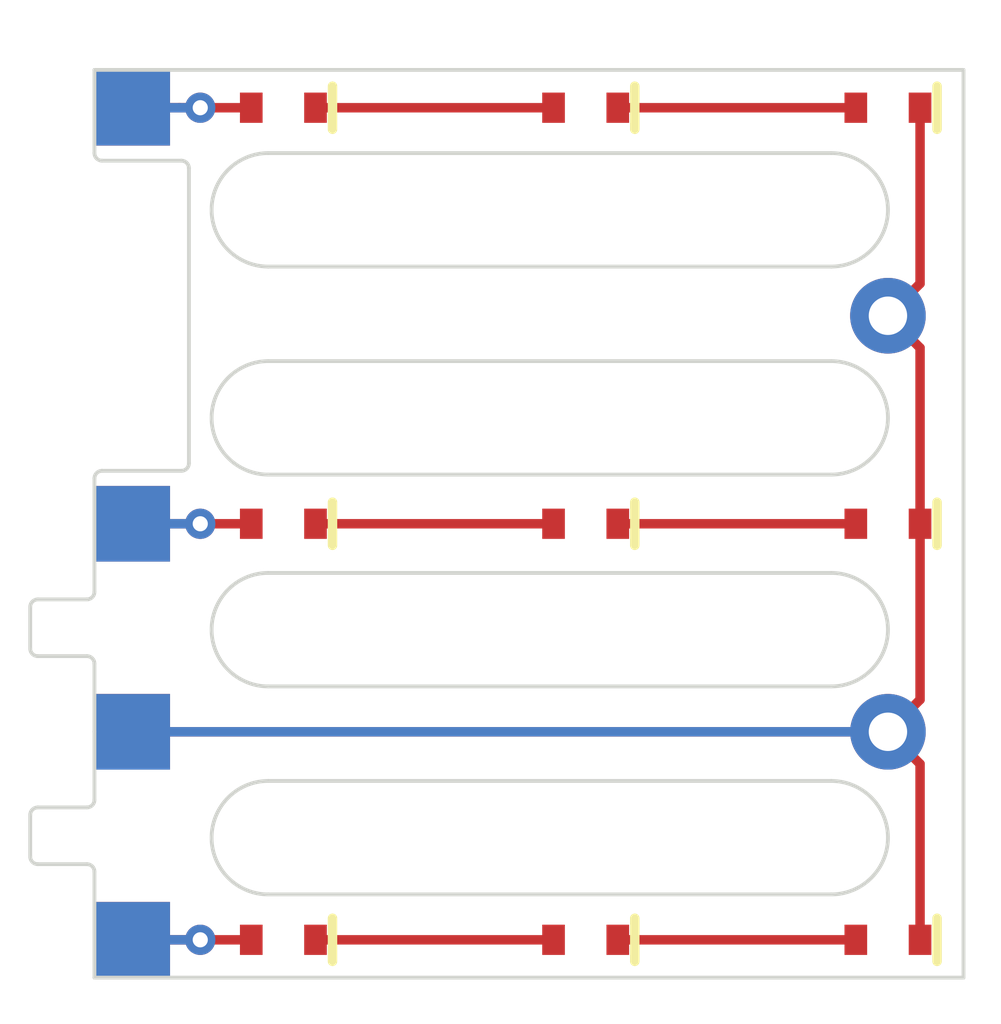
<source format=kicad_pcb>
(kicad_pcb (version 20171130) (host pcbnew 5.0.0-fee4fd1~66~ubuntu16.04.1)

  (general
    (thickness 1.6)
    (drawings 45)
    (tracks 27)
    (zones 0)
    (modules 15)
    (nets 11)
  )

  (page A4)
  (layers
    (0 F.Cu signal)
    (31 B.Cu signal)
    (32 B.Adhes user)
    (33 F.Adhes user)
    (34 B.Paste user)
    (35 F.Paste user)
    (36 B.SilkS user)
    (37 F.SilkS user)
    (38 B.Mask user)
    (39 F.Mask user)
    (40 Dwgs.User user)
    (41 Cmts.User user)
    (42 Eco1.User user)
    (43 Eco2.User user)
    (44 Edge.Cuts user)
    (45 Margin user)
    (46 B.CrtYd user)
    (47 F.CrtYd user)
    (48 B.Fab user hide)
    (49 F.Fab user hide)
  )

  (setup
    (last_trace_width 0.25)
    (trace_clearance 0.2)
    (zone_clearance 0.508)
    (zone_45_only yes)
    (trace_min 0.2)
    (segment_width 0.2)
    (edge_width 0.1)
    (via_size 0.8)
    (via_drill 0.4)
    (via_min_size 0.4)
    (via_min_drill 0.3)
    (uvia_size 0.3)
    (uvia_drill 0.1)
    (uvias_allowed no)
    (uvia_min_size 0.2)
    (uvia_min_drill 0.1)
    (pcb_text_width 0.3)
    (pcb_text_size 1.5 1.5)
    (mod_edge_width 0.15)
    (mod_text_size 1 1)
    (mod_text_width 0.15)
    (pad_size 1.524 1.524)
    (pad_drill 0.762)
    (pad_to_mask_clearance 0.2)
    (aux_axis_origin 0 0)
    (visible_elements FFFFFF7F)
    (pcbplotparams
      (layerselection 0x010f0_ffffffff)
      (usegerberextensions false)
      (usegerberattributes false)
      (usegerberadvancedattributes false)
      (creategerberjobfile false)
      (excludeedgelayer true)
      (linewidth 0.500000)
      (plotframeref false)
      (viasonmask false)
      (mode 1)
      (useauxorigin false)
      (hpglpennumber 1)
      (hpglpenspeed 20)
      (hpglpendiameter 15.000000)
      (psnegative false)
      (psa4output false)
      (plotreference true)
      (plotvalue true)
      (plotinvisibletext false)
      (padsonsilk false)
      (subtractmaskfromsilk false)
      (outputformat 1)
      (mirror false)
      (drillshape 0)
      (scaleselection 1)
      (outputdirectory "gerber/"))
  )

  (net 0 "")
  (net 1 "Net-(D1-Pad1)")
  (net 2 "Net-(D2-Pad1)")
  (net 3 "Net-(D4-Pad1)")
  (net 4 "Net-(D5-Pad1)")
  (net 5 "Net-(D7-Pad1)")
  (net 6 "Net-(D8-Pad1)")
  (net 7 /GND1)
  (net 8 /7)
  (net 9 /10)
  (net 10 /11)

  (net_class Default "This is the default net class."
    (clearance 0.2)
    (trace_width 0.25)
    (via_dia 0.8)
    (via_drill 0.4)
    (uvia_dia 0.3)
    (uvia_drill 0.1)
    (add_net /10)
    (add_net /11)
    (add_net /7)
    (add_net /GND1)
    (add_net "Net-(D1-Pad1)")
    (add_net "Net-(D2-Pad1)")
    (add_net "Net-(D4-Pad1)")
    (add_net "Net-(D5-Pad1)")
    (add_net "Net-(D7-Pad1)")
    (add_net "Net-(D8-Pad1)")
  )

  (module 1sqinch555_fp:D_0603 (layer F.Cu) (tedit 5B7032E1) (tstamp 5B7A1A3B)
    (at 74 39 180)
    (descr "Diode SMD in 0603 package http://datasheets.avx.com/schottky.pdf")
    (tags "smd diode")
    (path /5B6F5A9D)
    (attr smd)
    (fp_text reference D1 (at 0 -1.4 180) (layer F.SilkS) hide
      (effects (font (size 1 1) (thickness 0.15)))
    )
    (fp_text value LED (at 0 1.4 180) (layer F.Fab)
      (effects (font (size 1 1) (thickness 0.15)))
    )
    (fp_line (start -0.8 -0.45) (end 0.8 -0.45) (layer F.Fab) (width 0.1))
    (fp_line (start 0.8 -0.45) (end 0.8 0.45) (layer F.Fab) (width 0.1))
    (fp_line (start 0.8 0.45) (end -0.8 0.45) (layer F.Fab) (width 0.1))
    (fp_line (start -0.8 0.45) (end -0.8 -0.45) (layer F.Fab) (width 0.1))
    (fp_line (start 0.2 -0.2) (end -0.1 0) (layer F.Fab) (width 0.1))
    (fp_line (start -0.1 0) (end 0.2 0.2) (layer F.Fab) (width 0.1))
    (fp_line (start 0.2 0.2) (end 0.2 -0.2) (layer F.Fab) (width 0.1))
    (fp_line (start -0.1 -0.2) (end -0.1 0.2) (layer F.Fab) (width 0.1))
    (fp_line (start -0.1 0) (end -0.3 0) (layer F.Fab) (width 0.1))
    (fp_line (start 0.2 0) (end 0.4 0) (layer F.Fab) (width 0.1))
    (fp_line (start 1.4 -0.67) (end -1.4 -0.67) (layer F.CrtYd) (width 0.05))
    (fp_line (start -1.4 -0.67) (end -1.4 0.67) (layer F.CrtYd) (width 0.05))
    (fp_line (start -1.4 0.67) (end 1.4 0.67) (layer F.CrtYd) (width 0.05))
    (fp_line (start 1.4 0.67) (end 1.4 -0.67) (layer F.CrtYd) (width 0.05))
    (fp_line (start -1.3 -0.57) (end -1.3 0.57) (layer F.SilkS) (width 0.25))
    (fp_text user %R (at 0 -1.4 180) (layer F.Fab)
      (effects (font (size 1 1) (thickness 0.15)))
    )
    (pad 2 smd rect (at 0.85 0 180) (size 0.6 0.8) (layers F.Cu F.Paste F.Mask)
      (net 9 /10))
    (pad 1 smd rect (at -0.85 0 180) (size 0.6 0.8) (layers F.Cu F.Paste F.Mask)
      (net 1 "Net-(D1-Pad1)"))
    (model ${KISYS3DMOD}/Diodes_SMD.3dshapes/D_0603.wrl
      (at (xyz 0 0 0))
      (scale (xyz 1 1 1))
      (rotate (xyz 0 0 0))
    )
    (model ${KIPRJMOD}/3d_modules/LED_0603_1608Metric.wrl
      (at (xyz 0 0 0))
      (scale (xyz 1 1 1))
      (rotate (xyz 0 0 0))
    )
  )

  (module 1sqinch555_fp:D_0603 (layer F.Cu) (tedit 5B7032E1) (tstamp 5B7A1A52)
    (at 82 39 180)
    (descr "Diode SMD in 0603 package http://datasheets.avx.com/schottky.pdf")
    (tags "smd diode")
    (path /5B6F5B91)
    (attr smd)
    (fp_text reference D2 (at 0 -1.4 180) (layer F.SilkS) hide
      (effects (font (size 1 1) (thickness 0.15)))
    )
    (fp_text value LED (at 0 1.4 180) (layer F.Fab)
      (effects (font (size 1 1) (thickness 0.15)))
    )
    (fp_line (start -0.8 -0.45) (end 0.8 -0.45) (layer F.Fab) (width 0.1))
    (fp_line (start 0.8 -0.45) (end 0.8 0.45) (layer F.Fab) (width 0.1))
    (fp_line (start 0.8 0.45) (end -0.8 0.45) (layer F.Fab) (width 0.1))
    (fp_line (start -0.8 0.45) (end -0.8 -0.45) (layer F.Fab) (width 0.1))
    (fp_line (start 0.2 -0.2) (end -0.1 0) (layer F.Fab) (width 0.1))
    (fp_line (start -0.1 0) (end 0.2 0.2) (layer F.Fab) (width 0.1))
    (fp_line (start 0.2 0.2) (end 0.2 -0.2) (layer F.Fab) (width 0.1))
    (fp_line (start -0.1 -0.2) (end -0.1 0.2) (layer F.Fab) (width 0.1))
    (fp_line (start -0.1 0) (end -0.3 0) (layer F.Fab) (width 0.1))
    (fp_line (start 0.2 0) (end 0.4 0) (layer F.Fab) (width 0.1))
    (fp_line (start 1.4 -0.67) (end -1.4 -0.67) (layer F.CrtYd) (width 0.05))
    (fp_line (start -1.4 -0.67) (end -1.4 0.67) (layer F.CrtYd) (width 0.05))
    (fp_line (start -1.4 0.67) (end 1.4 0.67) (layer F.CrtYd) (width 0.05))
    (fp_line (start 1.4 0.67) (end 1.4 -0.67) (layer F.CrtYd) (width 0.05))
    (fp_line (start -1.3 -0.57) (end -1.3 0.57) (layer F.SilkS) (width 0.25))
    (fp_text user %R (at 0 -1.4 180) (layer F.Fab)
      (effects (font (size 1 1) (thickness 0.15)))
    )
    (pad 2 smd rect (at 0.85 0 180) (size 0.6 0.8) (layers F.Cu F.Paste F.Mask)
      (net 1 "Net-(D1-Pad1)"))
    (pad 1 smd rect (at -0.85 0 180) (size 0.6 0.8) (layers F.Cu F.Paste F.Mask)
      (net 2 "Net-(D2-Pad1)"))
    (model ${KISYS3DMOD}/Diodes_SMD.3dshapes/D_0603.wrl
      (at (xyz 0 0 0))
      (scale (xyz 1 1 1))
      (rotate (xyz 0 0 0))
    )
    (model ${KIPRJMOD}/3d_modules/LED_0603_1608Metric.wrl
      (at (xyz 0 0 0))
      (scale (xyz 1 1 1))
      (rotate (xyz 0 0 0))
    )
  )

  (module 1sqinch555_fp:D_0603 (layer F.Cu) (tedit 5B7032E1) (tstamp 5B7A1A69)
    (at 90 39 180)
    (descr "Diode SMD in 0603 package http://datasheets.avx.com/schottky.pdf")
    (tags "smd diode")
    (path /5B6F5BCF)
    (attr smd)
    (fp_text reference D3 (at 0 -1.4 180) (layer F.SilkS) hide
      (effects (font (size 1 1) (thickness 0.15)))
    )
    (fp_text value LED (at 0 1.4 180) (layer F.Fab)
      (effects (font (size 1 1) (thickness 0.15)))
    )
    (fp_line (start -0.8 -0.45) (end 0.8 -0.45) (layer F.Fab) (width 0.1))
    (fp_line (start 0.8 -0.45) (end 0.8 0.45) (layer F.Fab) (width 0.1))
    (fp_line (start 0.8 0.45) (end -0.8 0.45) (layer F.Fab) (width 0.1))
    (fp_line (start -0.8 0.45) (end -0.8 -0.45) (layer F.Fab) (width 0.1))
    (fp_line (start 0.2 -0.2) (end -0.1 0) (layer F.Fab) (width 0.1))
    (fp_line (start -0.1 0) (end 0.2 0.2) (layer F.Fab) (width 0.1))
    (fp_line (start 0.2 0.2) (end 0.2 -0.2) (layer F.Fab) (width 0.1))
    (fp_line (start -0.1 -0.2) (end -0.1 0.2) (layer F.Fab) (width 0.1))
    (fp_line (start -0.1 0) (end -0.3 0) (layer F.Fab) (width 0.1))
    (fp_line (start 0.2 0) (end 0.4 0) (layer F.Fab) (width 0.1))
    (fp_line (start 1.4 -0.67) (end -1.4 -0.67) (layer F.CrtYd) (width 0.05))
    (fp_line (start -1.4 -0.67) (end -1.4 0.67) (layer F.CrtYd) (width 0.05))
    (fp_line (start -1.4 0.67) (end 1.4 0.67) (layer F.CrtYd) (width 0.05))
    (fp_line (start 1.4 0.67) (end 1.4 -0.67) (layer F.CrtYd) (width 0.05))
    (fp_line (start -1.3 -0.57) (end -1.3 0.57) (layer F.SilkS) (width 0.25))
    (fp_text user %R (at 0 -1.4 180) (layer F.Fab)
      (effects (font (size 1 1) (thickness 0.15)))
    )
    (pad 2 smd rect (at 0.85 0 180) (size 0.6 0.8) (layers F.Cu F.Paste F.Mask)
      (net 2 "Net-(D2-Pad1)"))
    (pad 1 smd rect (at -0.85 0 180) (size 0.6 0.8) (layers F.Cu F.Paste F.Mask)
      (net 7 /GND1))
    (model ${KISYS3DMOD}/Diodes_SMD.3dshapes/D_0603.wrl
      (at (xyz 0 0 0))
      (scale (xyz 1 1 1))
      (rotate (xyz 0 0 0))
    )
    (model ${KIPRJMOD}/3d_modules/LED_0603_1608Metric.wrl
      (at (xyz 0 0 0))
      (scale (xyz 1 1 1))
      (rotate (xyz 0 0 0))
    )
  )

  (module 1sqinch555_fp:D_0603 (layer F.Cu) (tedit 5B7032E1) (tstamp 5B7A1A80)
    (at 74 50 180)
    (descr "Diode SMD in 0603 package http://datasheets.avx.com/schottky.pdf")
    (tags "smd diode")
    (path /5B6F65D0)
    (attr smd)
    (fp_text reference D4 (at 0 -1.4 180) (layer F.SilkS) hide
      (effects (font (size 1 1) (thickness 0.15)))
    )
    (fp_text value LED (at 0 1.4 180) (layer F.Fab)
      (effects (font (size 1 1) (thickness 0.15)))
    )
    (fp_line (start -0.8 -0.45) (end 0.8 -0.45) (layer F.Fab) (width 0.1))
    (fp_line (start 0.8 -0.45) (end 0.8 0.45) (layer F.Fab) (width 0.1))
    (fp_line (start 0.8 0.45) (end -0.8 0.45) (layer F.Fab) (width 0.1))
    (fp_line (start -0.8 0.45) (end -0.8 -0.45) (layer F.Fab) (width 0.1))
    (fp_line (start 0.2 -0.2) (end -0.1 0) (layer F.Fab) (width 0.1))
    (fp_line (start -0.1 0) (end 0.2 0.2) (layer F.Fab) (width 0.1))
    (fp_line (start 0.2 0.2) (end 0.2 -0.2) (layer F.Fab) (width 0.1))
    (fp_line (start -0.1 -0.2) (end -0.1 0.2) (layer F.Fab) (width 0.1))
    (fp_line (start -0.1 0) (end -0.3 0) (layer F.Fab) (width 0.1))
    (fp_line (start 0.2 0) (end 0.4 0) (layer F.Fab) (width 0.1))
    (fp_line (start 1.4 -0.67) (end -1.4 -0.67) (layer F.CrtYd) (width 0.05))
    (fp_line (start -1.4 -0.67) (end -1.4 0.67) (layer F.CrtYd) (width 0.05))
    (fp_line (start -1.4 0.67) (end 1.4 0.67) (layer F.CrtYd) (width 0.05))
    (fp_line (start 1.4 0.67) (end 1.4 -0.67) (layer F.CrtYd) (width 0.05))
    (fp_line (start -1.3 -0.57) (end -1.3 0.57) (layer F.SilkS) (width 0.25))
    (fp_text user %R (at 0 -1.4 180) (layer F.Fab)
      (effects (font (size 1 1) (thickness 0.15)))
    )
    (pad 2 smd rect (at 0.85 0 180) (size 0.6 0.8) (layers F.Cu F.Paste F.Mask)
      (net 8 /7))
    (pad 1 smd rect (at -0.85 0 180) (size 0.6 0.8) (layers F.Cu F.Paste F.Mask)
      (net 3 "Net-(D4-Pad1)"))
    (model ${KISYS3DMOD}/Diodes_SMD.3dshapes/D_0603.wrl
      (at (xyz 0 0 0))
      (scale (xyz 1 1 1))
      (rotate (xyz 0 0 0))
    )
    (model ${KIPRJMOD}/3d_modules/LED_0603_1608Metric.wrl
      (at (xyz 0 0 0))
      (scale (xyz 1 1 1))
      (rotate (xyz 0 0 0))
    )
  )

  (module 1sqinch555_fp:D_0603 (layer F.Cu) (tedit 5B7032E1) (tstamp 5B7A1A97)
    (at 82 50 180)
    (descr "Diode SMD in 0603 package http://datasheets.avx.com/schottky.pdf")
    (tags "smd diode")
    (path /5B6F65D7)
    (attr smd)
    (fp_text reference D5 (at 0 -1.4 180) (layer F.SilkS) hide
      (effects (font (size 1 1) (thickness 0.15)))
    )
    (fp_text value LED (at 0 1.4 180) (layer F.Fab)
      (effects (font (size 1 1) (thickness 0.15)))
    )
    (fp_line (start -0.8 -0.45) (end 0.8 -0.45) (layer F.Fab) (width 0.1))
    (fp_line (start 0.8 -0.45) (end 0.8 0.45) (layer F.Fab) (width 0.1))
    (fp_line (start 0.8 0.45) (end -0.8 0.45) (layer F.Fab) (width 0.1))
    (fp_line (start -0.8 0.45) (end -0.8 -0.45) (layer F.Fab) (width 0.1))
    (fp_line (start 0.2 -0.2) (end -0.1 0) (layer F.Fab) (width 0.1))
    (fp_line (start -0.1 0) (end 0.2 0.2) (layer F.Fab) (width 0.1))
    (fp_line (start 0.2 0.2) (end 0.2 -0.2) (layer F.Fab) (width 0.1))
    (fp_line (start -0.1 -0.2) (end -0.1 0.2) (layer F.Fab) (width 0.1))
    (fp_line (start -0.1 0) (end -0.3 0) (layer F.Fab) (width 0.1))
    (fp_line (start 0.2 0) (end 0.4 0) (layer F.Fab) (width 0.1))
    (fp_line (start 1.4 -0.67) (end -1.4 -0.67) (layer F.CrtYd) (width 0.05))
    (fp_line (start -1.4 -0.67) (end -1.4 0.67) (layer F.CrtYd) (width 0.05))
    (fp_line (start -1.4 0.67) (end 1.4 0.67) (layer F.CrtYd) (width 0.05))
    (fp_line (start 1.4 0.67) (end 1.4 -0.67) (layer F.CrtYd) (width 0.05))
    (fp_line (start -1.3 -0.57) (end -1.3 0.57) (layer F.SilkS) (width 0.25))
    (fp_text user %R (at 0 -1.4 180) (layer F.Fab)
      (effects (font (size 1 1) (thickness 0.15)))
    )
    (pad 2 smd rect (at 0.85 0 180) (size 0.6 0.8) (layers F.Cu F.Paste F.Mask)
      (net 3 "Net-(D4-Pad1)"))
    (pad 1 smd rect (at -0.85 0 180) (size 0.6 0.8) (layers F.Cu F.Paste F.Mask)
      (net 4 "Net-(D5-Pad1)"))
    (model ${KISYS3DMOD}/Diodes_SMD.3dshapes/D_0603.wrl
      (at (xyz 0 0 0))
      (scale (xyz 1 1 1))
      (rotate (xyz 0 0 0))
    )
    (model ${KIPRJMOD}/3d_modules/LED_0603_1608Metric.wrl
      (at (xyz 0 0 0))
      (scale (xyz 1 1 1))
      (rotate (xyz 0 0 0))
    )
  )

  (module 1sqinch555_fp:D_0603 (layer F.Cu) (tedit 5B7032E1) (tstamp 5B7A1AAE)
    (at 90 50 180)
    (descr "Diode SMD in 0603 package http://datasheets.avx.com/schottky.pdf")
    (tags "smd diode")
    (path /5B6F65DE)
    (attr smd)
    (fp_text reference D6 (at 0 -1.4 180) (layer F.SilkS) hide
      (effects (font (size 1 1) (thickness 0.15)))
    )
    (fp_text value LED (at 0 1.4 180) (layer F.Fab)
      (effects (font (size 1 1) (thickness 0.15)))
    )
    (fp_line (start -0.8 -0.45) (end 0.8 -0.45) (layer F.Fab) (width 0.1))
    (fp_line (start 0.8 -0.45) (end 0.8 0.45) (layer F.Fab) (width 0.1))
    (fp_line (start 0.8 0.45) (end -0.8 0.45) (layer F.Fab) (width 0.1))
    (fp_line (start -0.8 0.45) (end -0.8 -0.45) (layer F.Fab) (width 0.1))
    (fp_line (start 0.2 -0.2) (end -0.1 0) (layer F.Fab) (width 0.1))
    (fp_line (start -0.1 0) (end 0.2 0.2) (layer F.Fab) (width 0.1))
    (fp_line (start 0.2 0.2) (end 0.2 -0.2) (layer F.Fab) (width 0.1))
    (fp_line (start -0.1 -0.2) (end -0.1 0.2) (layer F.Fab) (width 0.1))
    (fp_line (start -0.1 0) (end -0.3 0) (layer F.Fab) (width 0.1))
    (fp_line (start 0.2 0) (end 0.4 0) (layer F.Fab) (width 0.1))
    (fp_line (start 1.4 -0.67) (end -1.4 -0.67) (layer F.CrtYd) (width 0.05))
    (fp_line (start -1.4 -0.67) (end -1.4 0.67) (layer F.CrtYd) (width 0.05))
    (fp_line (start -1.4 0.67) (end 1.4 0.67) (layer F.CrtYd) (width 0.05))
    (fp_line (start 1.4 0.67) (end 1.4 -0.67) (layer F.CrtYd) (width 0.05))
    (fp_line (start -1.3 -0.57) (end -1.3 0.57) (layer F.SilkS) (width 0.25))
    (fp_text user %R (at 0 -1.4 180) (layer F.Fab)
      (effects (font (size 1 1) (thickness 0.15)))
    )
    (pad 2 smd rect (at 0.85 0 180) (size 0.6 0.8) (layers F.Cu F.Paste F.Mask)
      (net 4 "Net-(D5-Pad1)"))
    (pad 1 smd rect (at -0.85 0 180) (size 0.6 0.8) (layers F.Cu F.Paste F.Mask)
      (net 7 /GND1))
    (model ${KISYS3DMOD}/Diodes_SMD.3dshapes/D_0603.wrl
      (at (xyz 0 0 0))
      (scale (xyz 1 1 1))
      (rotate (xyz 0 0 0))
    )
    (model ${KIPRJMOD}/3d_modules/LED_0603_1608Metric.wrl
      (at (xyz 0 0 0))
      (scale (xyz 1 1 1))
      (rotate (xyz 0 0 0))
    )
  )

  (module 1sqinch555_fp:D_0603 (layer F.Cu) (tedit 5B7032E1) (tstamp 5B7A1AC5)
    (at 74 61 180)
    (descr "Diode SMD in 0603 package http://datasheets.avx.com/schottky.pdf")
    (tags "smd diode")
    (path /5B6F6BB2)
    (attr smd)
    (fp_text reference D7 (at 0 -1.4 180) (layer F.SilkS) hide
      (effects (font (size 1 1) (thickness 0.15)))
    )
    (fp_text value LED (at 0 1.4 180) (layer F.Fab)
      (effects (font (size 1 1) (thickness 0.15)))
    )
    (fp_line (start -0.8 -0.45) (end 0.8 -0.45) (layer F.Fab) (width 0.1))
    (fp_line (start 0.8 -0.45) (end 0.8 0.45) (layer F.Fab) (width 0.1))
    (fp_line (start 0.8 0.45) (end -0.8 0.45) (layer F.Fab) (width 0.1))
    (fp_line (start -0.8 0.45) (end -0.8 -0.45) (layer F.Fab) (width 0.1))
    (fp_line (start 0.2 -0.2) (end -0.1 0) (layer F.Fab) (width 0.1))
    (fp_line (start -0.1 0) (end 0.2 0.2) (layer F.Fab) (width 0.1))
    (fp_line (start 0.2 0.2) (end 0.2 -0.2) (layer F.Fab) (width 0.1))
    (fp_line (start -0.1 -0.2) (end -0.1 0.2) (layer F.Fab) (width 0.1))
    (fp_line (start -0.1 0) (end -0.3 0) (layer F.Fab) (width 0.1))
    (fp_line (start 0.2 0) (end 0.4 0) (layer F.Fab) (width 0.1))
    (fp_line (start 1.4 -0.67) (end -1.4 -0.67) (layer F.CrtYd) (width 0.05))
    (fp_line (start -1.4 -0.67) (end -1.4 0.67) (layer F.CrtYd) (width 0.05))
    (fp_line (start -1.4 0.67) (end 1.4 0.67) (layer F.CrtYd) (width 0.05))
    (fp_line (start 1.4 0.67) (end 1.4 -0.67) (layer F.CrtYd) (width 0.05))
    (fp_line (start -1.3 -0.57) (end -1.3 0.57) (layer F.SilkS) (width 0.25))
    (fp_text user %R (at 0 -1.4 180) (layer F.Fab)
      (effects (font (size 1 1) (thickness 0.15)))
    )
    (pad 2 smd rect (at 0.85 0 180) (size 0.6 0.8) (layers F.Cu F.Paste F.Mask)
      (net 10 /11))
    (pad 1 smd rect (at -0.85 0 180) (size 0.6 0.8) (layers F.Cu F.Paste F.Mask)
      (net 5 "Net-(D7-Pad1)"))
    (model ${KISYS3DMOD}/Diodes_SMD.3dshapes/D_0603.wrl
      (at (xyz 0 0 0))
      (scale (xyz 1 1 1))
      (rotate (xyz 0 0 0))
    )
    (model ${KIPRJMOD}/3d_modules/LED_0603_1608Metric.wrl
      (at (xyz 0 0 0))
      (scale (xyz 1 1 1))
      (rotate (xyz 0 0 0))
    )
  )

  (module 1sqinch555_fp:D_0603 (layer F.Cu) (tedit 5B7032E1) (tstamp 5B7A1ADC)
    (at 82 61 180)
    (descr "Diode SMD in 0603 package http://datasheets.avx.com/schottky.pdf")
    (tags "smd diode")
    (path /5B6F6BB9)
    (attr smd)
    (fp_text reference D8 (at 0 -1.4 180) (layer F.SilkS) hide
      (effects (font (size 1 1) (thickness 0.15)))
    )
    (fp_text value LED (at 0 1.4 180) (layer F.Fab)
      (effects (font (size 1 1) (thickness 0.15)))
    )
    (fp_line (start -0.8 -0.45) (end 0.8 -0.45) (layer F.Fab) (width 0.1))
    (fp_line (start 0.8 -0.45) (end 0.8 0.45) (layer F.Fab) (width 0.1))
    (fp_line (start 0.8 0.45) (end -0.8 0.45) (layer F.Fab) (width 0.1))
    (fp_line (start -0.8 0.45) (end -0.8 -0.45) (layer F.Fab) (width 0.1))
    (fp_line (start 0.2 -0.2) (end -0.1 0) (layer F.Fab) (width 0.1))
    (fp_line (start -0.1 0) (end 0.2 0.2) (layer F.Fab) (width 0.1))
    (fp_line (start 0.2 0.2) (end 0.2 -0.2) (layer F.Fab) (width 0.1))
    (fp_line (start -0.1 -0.2) (end -0.1 0.2) (layer F.Fab) (width 0.1))
    (fp_line (start -0.1 0) (end -0.3 0) (layer F.Fab) (width 0.1))
    (fp_line (start 0.2 0) (end 0.4 0) (layer F.Fab) (width 0.1))
    (fp_line (start 1.4 -0.67) (end -1.4 -0.67) (layer F.CrtYd) (width 0.05))
    (fp_line (start -1.4 -0.67) (end -1.4 0.67) (layer F.CrtYd) (width 0.05))
    (fp_line (start -1.4 0.67) (end 1.4 0.67) (layer F.CrtYd) (width 0.05))
    (fp_line (start 1.4 0.67) (end 1.4 -0.67) (layer F.CrtYd) (width 0.05))
    (fp_line (start -1.3 -0.57) (end -1.3 0.57) (layer F.SilkS) (width 0.25))
    (fp_text user %R (at 0 -1.4 180) (layer F.Fab)
      (effects (font (size 1 1) (thickness 0.15)))
    )
    (pad 2 smd rect (at 0.85 0 180) (size 0.6 0.8) (layers F.Cu F.Paste F.Mask)
      (net 5 "Net-(D7-Pad1)"))
    (pad 1 smd rect (at -0.85 0 180) (size 0.6 0.8) (layers F.Cu F.Paste F.Mask)
      (net 6 "Net-(D8-Pad1)"))
    (model ${KISYS3DMOD}/Diodes_SMD.3dshapes/D_0603.wrl
      (at (xyz 0 0 0))
      (scale (xyz 1 1 1))
      (rotate (xyz 0 0 0))
    )
    (model ${KIPRJMOD}/3d_modules/LED_0603_1608Metric.wrl
      (at (xyz 0 0 0))
      (scale (xyz 1 1 1))
      (rotate (xyz 0 0 0))
    )
  )

  (module 1sqinch555_fp:D_0603 (layer F.Cu) (tedit 5B7032E1) (tstamp 5B7A1AF3)
    (at 90 61 180)
    (descr "Diode SMD in 0603 package http://datasheets.avx.com/schottky.pdf")
    (tags "smd diode")
    (path /5B6F6BC0)
    (attr smd)
    (fp_text reference D9 (at 0 -1.4 180) (layer F.SilkS) hide
      (effects (font (size 1 1) (thickness 0.15)))
    )
    (fp_text value LED (at 0 1.4 180) (layer F.Fab)
      (effects (font (size 1 1) (thickness 0.15)))
    )
    (fp_line (start -0.8 -0.45) (end 0.8 -0.45) (layer F.Fab) (width 0.1))
    (fp_line (start 0.8 -0.45) (end 0.8 0.45) (layer F.Fab) (width 0.1))
    (fp_line (start 0.8 0.45) (end -0.8 0.45) (layer F.Fab) (width 0.1))
    (fp_line (start -0.8 0.45) (end -0.8 -0.45) (layer F.Fab) (width 0.1))
    (fp_line (start 0.2 -0.2) (end -0.1 0) (layer F.Fab) (width 0.1))
    (fp_line (start -0.1 0) (end 0.2 0.2) (layer F.Fab) (width 0.1))
    (fp_line (start 0.2 0.2) (end 0.2 -0.2) (layer F.Fab) (width 0.1))
    (fp_line (start -0.1 -0.2) (end -0.1 0.2) (layer F.Fab) (width 0.1))
    (fp_line (start -0.1 0) (end -0.3 0) (layer F.Fab) (width 0.1))
    (fp_line (start 0.2 0) (end 0.4 0) (layer F.Fab) (width 0.1))
    (fp_line (start 1.4 -0.67) (end -1.4 -0.67) (layer F.CrtYd) (width 0.05))
    (fp_line (start -1.4 -0.67) (end -1.4 0.67) (layer F.CrtYd) (width 0.05))
    (fp_line (start -1.4 0.67) (end 1.4 0.67) (layer F.CrtYd) (width 0.05))
    (fp_line (start 1.4 0.67) (end 1.4 -0.67) (layer F.CrtYd) (width 0.05))
    (fp_line (start -1.3 -0.57) (end -1.3 0.57) (layer F.SilkS) (width 0.25))
    (fp_text user %R (at 0 -1.4 180) (layer F.Fab)
      (effects (font (size 1 1) (thickness 0.15)))
    )
    (pad 2 smd rect (at 0.85 0 180) (size 0.6 0.8) (layers F.Cu F.Paste F.Mask)
      (net 6 "Net-(D8-Pad1)"))
    (pad 1 smd rect (at -0.85 0 180) (size 0.6 0.8) (layers F.Cu F.Paste F.Mask)
      (net 7 /GND1))
    (model ${KISYS3DMOD}/Diodes_SMD.3dshapes/D_0603.wrl
      (at (xyz 0 0 0))
      (scale (xyz 1 1 1))
      (rotate (xyz 0 0 0))
    )
    (model ${KIPRJMOD}/3d_modules/LED_0603_1608Metric.wrl
      (at (xyz 0 0 0))
      (scale (xyz 1 1 1))
      (rotate (xyz 0 0 0))
    )
  )

  (module 1sqinch555_fp:pad_2x2mm (layer F.Cu) (tedit 5B6FED51) (tstamp 5B7A1CF3)
    (at 70 39)
    (descr "SMD rectangular pad as test Point, square 2.0mm side length")
    (tags "test point SMD pad rectangle square")
    (path /5B7200E1)
    (attr virtual)
    (fp_text reference J7 (at 0 -1.998) (layer F.SilkS) hide
      (effects (font (size 1 1) (thickness 0.15)))
    )
    (fp_text value Conn_01x01 (at 0 2.05) (layer F.Fab)
      (effects (font (size 1 1) (thickness 0.15)))
    )
    (fp_line (start -1 1) (end -1 -1) (layer F.CrtYd) (width 0.1))
    (fp_line (start 1 1) (end -1 1) (layer F.CrtYd) (width 0.1))
    (fp_line (start 1 -1) (end 1 1) (layer F.CrtYd) (width 0.1))
    (fp_line (start -1 -1) (end 1 -1) (layer F.CrtYd) (width 0.1))
    (fp_text user %R (at 0 -2) (layer F.Fab)
      (effects (font (size 1 1) (thickness 0.15)))
    )
    (pad 1 smd rect (at 0 0) (size 2 2) (layers B.Cu B.Mask)
      (net 9 /10))
    (pad 1 smd rect (at 0 0) (size 2 2) (layers F.Cu F.Mask)
      (net 9 /10))
  )

  (module 1sqinch555_fp:pad_2x2mm (layer F.Cu) (tedit 5B6FED51) (tstamp 5B7A1CFE)
    (at 70 50)
    (descr "SMD rectangular pad as test Point, square 2.0mm side length")
    (tags "test point SMD pad rectangle square")
    (path /5B7201D5)
    (attr virtual)
    (fp_text reference J9 (at 0 -1.998) (layer F.SilkS) hide
      (effects (font (size 1 1) (thickness 0.15)))
    )
    (fp_text value Conn_01x01 (at 0 2.05) (layer F.Fab)
      (effects (font (size 1 1) (thickness 0.15)))
    )
    (fp_line (start -1 1) (end -1 -1) (layer F.CrtYd) (width 0.1))
    (fp_line (start 1 1) (end -1 1) (layer F.CrtYd) (width 0.1))
    (fp_line (start 1 -1) (end 1 1) (layer F.CrtYd) (width 0.1))
    (fp_line (start -1 -1) (end 1 -1) (layer F.CrtYd) (width 0.1))
    (fp_text user %R (at 0 -2) (layer F.Fab)
      (effects (font (size 1 1) (thickness 0.15)))
    )
    (pad 1 smd rect (at 0 0) (size 2 2) (layers B.Cu B.Mask)
      (net 8 /7))
    (pad 1 smd rect (at 0 0) (size 2 2) (layers F.Cu F.Mask)
      (net 8 /7))
  )

  (module 1sqinch555_fp:pad_2x2mm (layer F.Cu) (tedit 5B6FED51) (tstamp 5B7A1D09)
    (at 70 61)
    (descr "SMD rectangular pad as test Point, square 2.0mm side length")
    (tags "test point SMD pad rectangle square")
    (path /5B7202F1)
    (attr virtual)
    (fp_text reference J11 (at 0 -1.998) (layer F.SilkS) hide
      (effects (font (size 1 1) (thickness 0.15)))
    )
    (fp_text value Conn_01x01 (at 0 2.05) (layer F.Fab)
      (effects (font (size 1 1) (thickness 0.15)))
    )
    (fp_line (start -1 1) (end -1 -1) (layer F.CrtYd) (width 0.1))
    (fp_line (start 1 1) (end -1 1) (layer F.CrtYd) (width 0.1))
    (fp_line (start 1 -1) (end 1 1) (layer F.CrtYd) (width 0.1))
    (fp_line (start -1 -1) (end 1 -1) (layer F.CrtYd) (width 0.1))
    (fp_text user %R (at 0 -2) (layer F.Fab)
      (effects (font (size 1 1) (thickness 0.15)))
    )
    (pad 1 smd rect (at 0 0) (size 2 2) (layers B.Cu B.Mask)
      (net 10 /11))
    (pad 1 smd rect (at 0 0) (size 2 2) (layers F.Cu F.Mask)
      (net 10 /11))
  )

  (module 1sqinch555_fp:pad_2x2mm (layer F.Cu) (tedit 5B6FED51) (tstamp 5B7A1D56)
    (at 70 55.5)
    (descr "SMD rectangular pad as test Point, square 2.0mm side length")
    (tags "test point SMD pad rectangle square")
    (path /5B73C12D)
    (attr virtual)
    (fp_text reference J25 (at 0 -1.998) (layer F.SilkS) hide
      (effects (font (size 1 1) (thickness 0.15)))
    )
    (fp_text value Conn_01x01 (at 0 2.05) (layer F.Fab)
      (effects (font (size 1 1) (thickness 0.15)))
    )
    (fp_line (start -1 1) (end -1 -1) (layer F.CrtYd) (width 0.1))
    (fp_line (start 1 1) (end -1 1) (layer F.CrtYd) (width 0.1))
    (fp_line (start 1 -1) (end 1 1) (layer F.CrtYd) (width 0.1))
    (fp_line (start -1 -1) (end 1 -1) (layer F.CrtYd) (width 0.1))
    (fp_text user %R (at 0 -2) (layer F.Fab)
      (effects (font (size 1 1) (thickness 0.15)))
    )
    (pad 1 smd rect (at 0 0) (size 2 2) (layers B.Cu B.Mask)
      (net 7 /GND1))
    (pad 1 smd rect (at 0 0) (size 2 2) (layers F.Cu F.Mask)
      (net 7 /GND1))
  )

  (module 1sqinch555_fp:Plated_Hole_d1.0mm (layer F.Cu) (tedit 5B6FE2CC) (tstamp 5B87091B)
    (at 90 44.5)
    (descr "Plated Hole as test Point, diameter 2.0mm")
    (tags "test point plated hole")
    (path /5B706EE3)
    (attr virtual)
    (fp_text reference J30 (at 0 -2.498) (layer F.SilkS) hide
      (effects (font (size 1 1) (thickness 0.15)))
    )
    (fp_text value Conn_01x01 (at 0 2.45) (layer F.Fab)
      (effects (font (size 1 1) (thickness 0.15)))
    )
    (fp_circle (center 0 0) (end 1 0) (layer F.CrtYd) (width 0.05))
    (fp_text user %R (at 0 -2.5) (layer F.Fab)
      (effects (font (size 1 1) (thickness 0.15)))
    )
    (pad 1 thru_hole circle (at 0 0) (size 2 2) (drill 1.016) (layers *.Cu *.Mask)
      (net 7 /GND1))
  )

  (module 1sqinch555_fp:Plated_Hole_d1.0mm (layer F.Cu) (tedit 5B6FE2CC) (tstamp 5B870921)
    (at 90 55.5)
    (descr "Plated Hole as test Point, diameter 2.0mm")
    (tags "test point plated hole")
    (path /5B707288)
    (attr virtual)
    (fp_text reference J31 (at 0 -2.498) (layer F.SilkS) hide
      (effects (font (size 1 1) (thickness 0.15)))
    )
    (fp_text value Conn_01x01 (at 0 2.45) (layer F.Fab)
      (effects (font (size 1 1) (thickness 0.15)))
    )
    (fp_circle (center 0 0) (end 1 0) (layer F.CrtYd) (width 0.05))
    (fp_text user %R (at 0 -2.5) (layer F.Fab)
      (effects (font (size 1 1) (thickness 0.15)))
    )
    (pad 1 thru_hole circle (at 0 0) (size 2 2) (drill 1.016) (layers *.Cu *.Mask)
      (net 7 /GND1))
  )

  (gr_line (start 73.6 40.2) (end 88.5 40.2) (layer Edge.Cuts) (width 0.1) (tstamp 5B704005))
  (gr_line (start 88.5 43.2) (end 73.6 43.2) (layer Edge.Cuts) (width 0.1) (tstamp 5B704004))
  (gr_arc (start 88.5 41.7) (end 88.5 43.2) (angle -180) (layer Edge.Cuts) (width 0.1) (tstamp 5B704003))
  (gr_arc (start 73.6 41.7) (end 73.6 40.2) (angle -180) (layer Edge.Cuts) (width 0.1) (tstamp 5B704002))
  (gr_arc (start 73.6 47.2) (end 73.6 45.7) (angle -180) (layer Edge.Cuts) (width 0.1) (tstamp 5B703FFD))
  (gr_arc (start 88.5 47.2) (end 88.5 48.7) (angle -180) (layer Edge.Cuts) (width 0.1) (tstamp 5B703FFC))
  (gr_line (start 88.5 48.7) (end 73.6 48.7) (layer Edge.Cuts) (width 0.1) (tstamp 5B703FFB))
  (gr_line (start 73.6 45.7) (end 88.5 45.7) (layer Edge.Cuts) (width 0.1) (tstamp 5B703FFA))
  (gr_line (start 73.6 51.3) (end 88.5 51.3) (layer Edge.Cuts) (width 0.1) (tstamp 5B703FF5))
  (gr_line (start 88.5 54.3) (end 73.6 54.3) (layer Edge.Cuts) (width 0.1) (tstamp 5B703FF4))
  (gr_arc (start 73.6 52.8) (end 73.6 51.3) (angle -180) (layer Edge.Cuts) (width 0.1) (tstamp 5B703FF3))
  (gr_arc (start 88.5 52.8) (end 88.5 54.3) (angle -180) (layer Edge.Cuts) (width 0.1) (tstamp 5B703FF2))
  (gr_arc (start 68.8 59.2) (end 69 59.2) (angle -90) (layer Edge.Cuts) (width 0.1))
  (gr_arc (start 67.5 58.8) (end 67.3 58.8) (angle -90) (layer Edge.Cuts) (width 0.1))
  (gr_arc (start 67.5 57.7) (end 67.5 57.5) (angle -90) (layer Edge.Cuts) (width 0.1))
  (gr_arc (start 68.8 57.3) (end 68.8 57.5) (angle -90) (layer Edge.Cuts) (width 0.1))
  (gr_arc (start 68.8 53.7) (end 69 53.7) (angle -90) (layer Edge.Cuts) (width 0.1))
  (gr_arc (start 67.5 53.3) (end 67.3 53.3) (angle -90) (layer Edge.Cuts) (width 0.1))
  (gr_arc (start 67.5 52.2) (end 67.5 52) (angle -90) (layer Edge.Cuts) (width 0.1))
  (gr_arc (start 68.8 51.8) (end 68.8 52) (angle -90) (layer Edge.Cuts) (width 0.1))
  (gr_arc (start 69.2 40.2) (end 69 40.2) (angle -90) (layer Edge.Cuts) (width 0.1))
  (gr_arc (start 71.3 40.6) (end 71.5 40.6) (angle -90) (layer Edge.Cuts) (width 0.1))
  (gr_arc (start 71.3 48.4) (end 71.3 48.6) (angle -90) (layer Edge.Cuts) (width 0.1))
  (gr_arc (start 69.2 48.8) (end 69.2 48.6) (angle -90) (layer Edge.Cuts) (width 0.1))
  (gr_line (start 69 48.8) (end 69 51.8) (layer Edge.Cuts) (width 0.1))
  (gr_line (start 71.3 40.4) (end 69.2 40.4) (layer Edge.Cuts) (width 0.1))
  (gr_line (start 71.5 48.4) (end 71.5 40.6) (layer Edge.Cuts) (width 0.1))
  (gr_line (start 69.2 48.6) (end 71.3 48.6) (layer Edge.Cuts) (width 0.1))
  (gr_arc (start 88.5 58.3) (end 88.5 59.8) (angle -180) (layer Edge.Cuts) (width 0.1))
  (gr_arc (start 73.6 58.3) (end 73.6 56.8) (angle -180) (layer Edge.Cuts) (width 0.1))
  (gr_line (start 88.5 59.8) (end 73.6 59.8) (layer Edge.Cuts) (width 0.1))
  (gr_line (start 73.6 56.8) (end 88.5 56.8) (layer Edge.Cuts) (width 0.1))
  (gr_line (start 67.5 52) (end 68.8 52) (layer Edge.Cuts) (width 0.1))
  (gr_line (start 67.3 53.3) (end 67.3 52.2) (layer Edge.Cuts) (width 0.1))
  (gr_line (start 68.8 53.5) (end 67.5 53.5) (layer Edge.Cuts) (width 0.1))
  (gr_line (start 69 55.5) (end 69 53.7) (layer Edge.Cuts) (width 0.1))
  (gr_line (start 69 57.3) (end 69 55.5) (layer Edge.Cuts) (width 0.1))
  (gr_line (start 67.5 57.5) (end 68.8 57.5) (layer Edge.Cuts) (width 0.1))
  (gr_line (start 67.3 58.8) (end 67.3 57.7) (layer Edge.Cuts) (width 0.1))
  (gr_line (start 68.8 59) (end 67.5 59) (layer Edge.Cuts) (width 0.1))
  (gr_line (start 69 62) (end 69 59.2) (layer Edge.Cuts) (width 0.1))
  (gr_line (start 92 62) (end 69 62) (layer Edge.Cuts) (width 0.1))
  (gr_line (start 92 38) (end 92 62) (layer Edge.Cuts) (width 0.1))
  (gr_line (start 69 38) (end 92 38) (layer Edge.Cuts) (width 0.1))
  (gr_line (start 69 40.2) (end 69 38) (layer Edge.Cuts) (width 0.1))

  (segment (start 74.85 39) (end 81.15 39) (width 0.25) (layer F.Cu) (net 1))
  (segment (start 82.85 39) (end 89.15 39) (width 0.25) (layer F.Cu) (net 2))
  (segment (start 74.85 50) (end 81.15 50) (width 0.25) (layer F.Cu) (net 3))
  (segment (start 82.85 50) (end 89.15 50) (width 0.25) (layer F.Cu) (net 4))
  (segment (start 74.85 61) (end 81.15 61) (width 0.25) (layer F.Cu) (net 5))
  (segment (start 82.85 61) (end 83.4 61) (width 0.25) (layer F.Cu) (net 6))
  (segment (start 83.4 61) (end 89.15 61) (width 0.25) (layer F.Cu) (net 6))
  (segment (start 70 55.5) (end 90 55.5) (width 0.25) (layer F.Cu) (net 7))
  (segment (start 70 55.5) (end 90 55.5) (width 0.25) (layer B.Cu) (net 7))
  (segment (start 90.85 39) (end 90.85 43.65) (width 0.25) (layer F.Cu) (net 7))
  (segment (start 90.85 43.65) (end 90 44.5) (width 0.25) (layer F.Cu) (net 7))
  (segment (start 90.85 50) (end 90.85 45.35) (width 0.25) (layer F.Cu) (net 7))
  (segment (start 90.85 45.35) (end 90 44.5) (width 0.25) (layer F.Cu) (net 7))
  (segment (start 90.85 50) (end 90.85 54.65) (width 0.25) (layer F.Cu) (net 7))
  (segment (start 90.85 54.65) (end 90 55.5) (width 0.25) (layer F.Cu) (net 7))
  (segment (start 90.85 61) (end 90.85 56.35) (width 0.25) (layer F.Cu) (net 7))
  (segment (start 90.85 56.35) (end 90 55.5) (width 0.25) (layer F.Cu) (net 7))
  (segment (start 70 50) (end 73.15 50) (width 0.25) (layer F.Cu) (net 8))
  (via (at 71.8 50) (size 0.8) (drill 0.4) (layers F.Cu B.Cu) (net 8))
  (segment (start 70 50) (end 71.8 50) (width 0.25) (layer B.Cu) (net 8))
  (segment (start 71.25 39) (end 73.15 39) (width 0.25) (layer F.Cu) (net 9))
  (segment (start 70 39) (end 71.25 39) (width 0.25) (layer F.Cu) (net 9))
  (via (at 71.8 39) (size 0.8) (drill 0.4) (layers F.Cu B.Cu) (net 9))
  (segment (start 70 39) (end 71.8 39) (width 0.25) (layer B.Cu) (net 9))
  (segment (start 70 61) (end 73.15 61) (width 0.25) (layer F.Cu) (net 10))
  (via (at 71.8 61) (size 0.8) (drill 0.4) (layers F.Cu B.Cu) (net 10))
  (segment (start 70 61) (end 71.8 61) (width 0.25) (layer B.Cu) (net 10))

  (zone (net 0) (net_name "") (layer F.Mask) (tstamp 5B9A7BE0) (hatch edge 0.508)
    (connect_pads (clearance 0.508))
    (min_thickness 0.254)
    (fill yes (arc_segments 16) (thermal_gap 0.508) (thermal_bridge_width 0.508))
    (polygon
      (pts
        (xy 66.9 60.8) (xy 90.7 60.8) (xy 90.7 55.7) (xy 66.9 55.7)
      )
    )
    (filled_polygon
      (pts
        (xy 90.573 60.673) (xy 67.027 60.673) (xy 67.027 55.827) (xy 90.573 55.827)
      )
    )
  )
  (zone (net 0) (net_name "") (layer F.Mask) (tstamp 5B9A7BDD) (hatch edge 0.508)
    (connect_pads (clearance 0.508))
    (min_thickness 0.254)
    (fill yes (arc_segments 16) (thermal_gap 0.508) (thermal_bridge_width 0.508))
    (polygon
      (pts
        (xy 66.9 55.3) (xy 90.7 55.3) (xy 90.7 50.2) (xy 66.9 50.2)
      )
    )
    (filled_polygon
      (pts
        (xy 90.573 55.173) (xy 67.027 55.173) (xy 67.027 50.327) (xy 90.573 50.327)
      )
    )
  )
  (zone (net 0) (net_name "") (layer F.Mask) (tstamp 5B9A7BDA) (hatch edge 0.508)
    (connect_pads (clearance 0.508))
    (min_thickness 0.254)
    (fill yes (arc_segments 16) (thermal_gap 0.508) (thermal_bridge_width 0.508))
    (polygon
      (pts
        (xy 66.9 49.8) (xy 90.7 49.8) (xy 90.7 39.2) (xy 66.9 39.2)
      )
    )
    (filled_polygon
      (pts
        (xy 90.573 49.673) (xy 67.027 49.673) (xy 67.027 39.327) (xy 90.573 39.327)
      )
    )
  )
  (zone (net 0) (net_name "") (layer F.Mask) (tstamp 5B9A7BD7) (hatch edge 0.508)
    (connect_pads (clearance 0.508))
    (min_thickness 0.254)
    (fill yes (arc_segments 16) (thermal_gap 0.508) (thermal_bridge_width 0.508))
    (polygon
      (pts
        (xy 66.9 38.8) (xy 91 38.8) (xy 91 61.2) (xy 66.9 61.2) (xy 66.9 62.2)
        (xy 92.1 62.2) (xy 92.1 37.8) (xy 66.9 37.8)
      )
    )
    (filled_polygon
      (pts
        (xy 91.973 62.073) (xy 67.027 62.073) (xy 67.027 61.327) (xy 91 61.327) (xy 91.048601 61.317333)
        (xy 91.089803 61.289803) (xy 91.117333 61.248601) (xy 91.127 61.2) (xy 91.127 38.8) (xy 91.117333 38.751399)
        (xy 91.089803 38.710197) (xy 91.048601 38.682667) (xy 91 38.673) (xy 67.027 38.673) (xy 67.027 37.927)
        (xy 91.973 37.927)
      )
    )
  )
  (zone (net 0) (net_name "") (layer B.Mask) (tstamp 5B9A7BD4) (hatch edge 0.508)
    (connect_pads (clearance 0.508))
    (min_thickness 0.254)
    (fill yes (arc_segments 16) (thermal_gap 0.508) (thermal_bridge_width 0.508))
    (polygon
      (pts
        (xy 93 37) (xy 93 63) (xy 66.5 63) (xy 66.5 37)
      )
    )
    (filled_polygon
      (pts
        (xy 92.873 62.873) (xy 66.627 62.873) (xy 66.627 37.127) (xy 92.873 37.127)
      )
    )
  )
)

</source>
